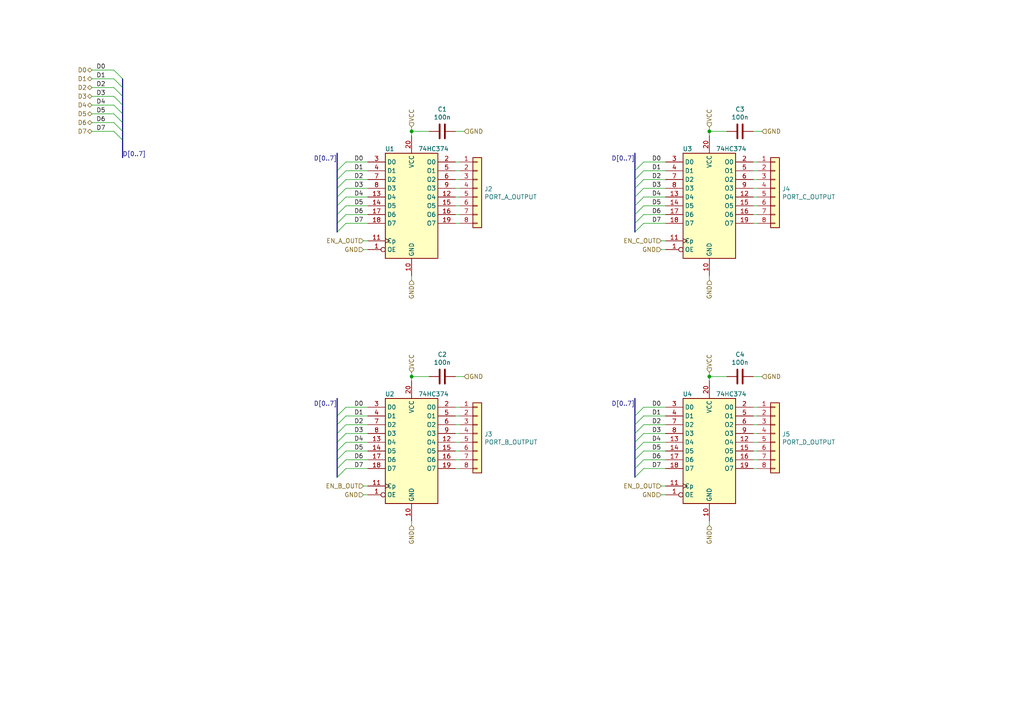
<source format=kicad_sch>
(kicad_sch (version 20231120) (generator "eeschema") (generator_version "8.0")
  (paper "A4")
  (title_block (title "ZComputer - I/O - Output ports") (date "2024-06-21") (rev "v0.1") (company "Maxime Chretien") (comment 1 "mchretien@linuxmail.org"))
  (lib_symbols
    (symbol "74xx:74HC374"
      (property "Reference" "U" (at -7.62 16.51 0))
      (property "Value" "74HC374" (at -7.62 -16.51 0))
      (symbol "74HC374_1_0"
        (pin input inverted (at -12.7 -12.7 0) (length 5.08) (name "OE") (number "1"))
        (pin power_in line (at 0 -20.32 90) (length 5.08) (name "GND") (number "10"))
        (pin input clock (at -12.7 -10.16 0) (length 5.08) (name "Cp") (number "11"))
        (pin tri_state line (at 12.7 2.54 180) (length 5.08) (name "O4") (number "12"))
        (pin input line (at -12.7 2.54 0) (length 5.08) (name "D4") (number "13"))
        (pin input line (at -12.7 0 0) (length 5.08) (name "D5") (number "14"))
        (pin tri_state line (at 12.7 0 180) (length 5.08) (name "O5") (number "15"))
        (pin tri_state line (at 12.7 -2.54 180) (length 5.08) (name "O6") (number "16"))
        (pin input line (at -12.7 -2.54 0) (length 5.08) (name "D6") (number "17"))
        (pin input line (at -12.7 -5.08 0) (length 5.08) (name "D7") (number "18"))
        (pin tri_state line (at 12.7 -5.08 180) (length 5.08) (name "O7") (number "19"))
        (pin tri_state line (at 12.7 12.7 180) (length 5.08) (name "O0") (number "2"))
        (pin power_in line (at 0 20.32 270) (length 5.08) (name "VCC") (number "20"))
        (pin input line (at -12.7 12.7 0) (length 5.08) (name "D0") (number "3"))
        (pin input line (at -12.7 10.16 0) (length 5.08) (name "D1") (number "4"))
        (pin tri_state line (at 12.7 10.16 180) (length 5.08) (name "O1") (number "5"))
        (pin tri_state line (at 12.7 7.62 180) (length 5.08) (name "O2") (number "6"))
        (pin input line (at -12.7 7.62 0) (length 5.08) (name "D2") (number "7"))
        (pin input line (at -12.7 5.08 0) (length 5.08) (name "D3") (number "8"))
        (pin tri_state line (at 12.7 5.08 180) (length 5.08) (name "O3") (number "9"))
      )
      (symbol "74HC374_1_1"
        (rectangle (start -7.62 15.24) (end 7.62 -15.24) (stroke (width 0.254)) (fill (type background)))
      )
    )
    (symbol "Connector_Generic:Conn_01x08" (pin_names (offset 1.016) hide)
      (property "Reference" "J" (at 0 10.16 0))
      (property "Value" "Conn_01x08" (at 0 -12.7 0))
      (symbol "Conn_01x08_1_1"
        (rectangle (start -1.27 -10.033) (end 0 -10.287) (stroke (width 0.1524)))
        (rectangle (start -1.27 -7.493) (end 0 -7.747) (stroke (width 0.1524)))
        (rectangle (start -1.27 -4.953) (end 0 -5.207) (stroke (width 0.1524)))
        (rectangle (start -1.27 -2.413) (end 0 -2.667) (stroke (width 0.1524)))
        (rectangle (start -1.27 0.127) (end 0 -0.127) (stroke (width 0.1524)))
        (rectangle (start -1.27 2.667) (end 0 2.413) (stroke (width 0.1524)))
        (rectangle (start -1.27 5.207) (end 0 4.953) (stroke (width 0.1524)))
        (rectangle (start -1.27 7.747) (end 0 7.493) (stroke (width 0.1524)))
        (rectangle (start -1.27 8.89) (end 1.27 -11.43) (stroke (width 0.254)) (fill (type background)))
        (pin passive line (at -5.08 7.62 0) (length 3.81) (name "Pin_1") (number "1"))
        (pin passive line (at -5.08 5.08 0) (length 3.81) (name "Pin_2") (number "2"))
        (pin passive line (at -5.08 2.54 0) (length 3.81) (name "Pin_3") (number "3"))
        (pin passive line (at -5.08 0 0) (length 3.81) (name "Pin_4") (number "4"))
        (pin passive line (at -5.08 -2.54 0) (length 3.81) (name "Pin_5") (number "5"))
        (pin passive line (at -5.08 -5.08 0) (length 3.81) (name "Pin_6") (number "6"))
        (pin passive line (at -5.08 -7.62 0) (length 3.81) (name "Pin_7") (number "7"))
        (pin passive line (at -5.08 -10.16 0) (length 3.81) (name "Pin_8") (number "8"))
      )
    )
    (symbol "Device:C" (pin_numbers hide) (pin_names (offset 0.254))
      (property "Reference" "C" (at 0.635 2.54 0))
      (property "Value" "C" (at 0.635 -2.54 0))
      (symbol "C_0_1"
        (polyline (pts (xy -2.032 -0.762) (xy 2.032 -0.762)) (stroke (width 0.508)))
        (polyline (pts (xy -2.032 0.762) (xy 2.032 0.762)) (stroke (width 0.508)))
      )
      (symbol "C_1_1"
        (pin passive line (at 0 3.81 270) (length 2.794) (name "~") (number "1"))
        (pin passive line (at 0 -3.81 90) (length 2.794) (name "~") (number "2"))
      )
    )
  )
  (junction (at 119.38 38.1))
  (junction (at 119.38 109.22))
  (junction (at 205.74 38.1))
  (junction (at 205.74 109.22))
  (bus_entry (at 33.02 33.02) (size 2.54 2.54))
  (bus_entry (at 186.69 125.73) (size -2.54 2.54))
  (bus_entry (at 100.33 118.11) (size -2.54 2.54))
  (bus_entry (at 100.33 59.69) (size -2.54 2.54))
  (bus_entry (at 186.69 54.61) (size -2.54 2.54))
  (bus_entry (at 100.33 128.27) (size -2.54 2.54))
  (bus_entry (at 100.33 54.61) (size -2.54 2.54))
  (bus_entry (at 100.33 133.35) (size -2.54 2.54))
  (bus_entry (at 100.33 135.89) (size -2.54 2.54))
  (bus_entry (at 186.69 64.77) (size -2.54 2.54))
  (bus_entry (at 186.69 57.15) (size -2.54 2.54))
  (bus_entry (at 33.02 25.4) (size 2.54 2.54))
  (bus_entry (at 186.69 46.99) (size -2.54 2.54))
  (bus_entry (at 186.69 62.23) (size -2.54 2.54))
  (bus_entry (at 33.02 22.86) (size 2.54 2.54))
  (bus_entry (at 186.69 120.65) (size -2.54 2.54))
  (bus_entry (at 186.69 52.07) (size -2.54 2.54))
  (bus_entry (at 33.02 35.56) (size 2.54 2.54))
  (bus_entry (at 100.33 52.07) (size -2.54 2.54))
  (bus_entry (at 33.02 38.1) (size 2.54 2.54))
  (bus_entry (at 186.69 130.81) (size -2.54 2.54))
  (bus_entry (at 186.69 59.69) (size -2.54 2.54))
  (bus_entry (at 100.33 46.99) (size -2.54 2.54))
  (bus_entry (at 186.69 135.89) (size -2.54 2.54))
  (bus_entry (at 33.02 27.94) (size 2.54 2.54))
  (bus_entry (at 100.33 125.73) (size -2.54 2.54))
  (bus_entry (at 33.02 30.48) (size 2.54 2.54))
  (bus_entry (at 186.69 49.53) (size -2.54 2.54))
  (bus_entry (at 100.33 120.65) (size -2.54 2.54))
  (bus_entry (at 100.33 123.19) (size -2.54 2.54))
  (bus_entry (at 100.33 130.81) (size -2.54 2.54))
  (bus_entry (at 100.33 49.53) (size -2.54 2.54))
  (bus_entry (at 186.69 128.27) (size -2.54 2.54))
  (bus_entry (at 100.33 62.23) (size -2.54 2.54))
  (bus_entry (at 186.69 123.19) (size -2.54 2.54))
  (bus_entry (at 100.33 64.77) (size -2.54 2.54))
  (bus_entry (at 33.02 20.32) (size 2.54 2.54))
  (bus_entry (at 100.33 57.15) (size -2.54 2.54))
  (bus_entry (at 186.69 118.11) (size -2.54 2.54))
  (bus_entry (at 186.69 133.35) (size -2.54 2.54))
  (wire (pts (xy 218.44 62.23) (xy 219.71 62.23)))
  (bus (pts (xy 97.79 44.45) (xy 97.79 49.53)))
  (bus (pts (xy 35.56 33.02) (xy 35.56 35.56)))
  (wire (pts (xy 132.08 38.1) (xy 134.62 38.1)))
  (wire (pts (xy 106.68 120.65) (xy 100.33 120.65)))
  (wire (pts (xy 124.46 109.22) (xy 119.38 109.22)))
  (wire (pts (xy 218.44 38.1) (xy 220.98 38.1)))
  (bus (pts (xy 35.56 35.56) (xy 35.56 38.1)))
  (wire (pts (xy 193.04 128.27) (xy 186.69 128.27)))
  (wire (pts (xy 218.44 128.27) (xy 219.71 128.27)))
  (wire (pts (xy 106.68 123.19) (xy 100.33 123.19)))
  (bus (pts (xy 184.15 57.15) (xy 184.15 59.69)))
  (bus (pts (xy 97.79 49.53) (xy 97.79 52.07)))
  (wire (pts (xy 193.04 140.97) (xy 191.77 140.97)))
  (bus (pts (xy 184.15 128.27) (xy 184.15 130.81)))
  (wire (pts (xy 218.44 52.07) (xy 219.71 52.07)))
  (bus (pts (xy 97.79 123.19) (xy 97.79 125.73)))
  (wire (pts (xy 33.02 20.32) (xy 26.67 20.32)))
  (wire (pts (xy 132.08 52.07) (xy 133.35 52.07)))
  (bus (pts (xy 97.79 135.89) (xy 97.79 138.43)))
  (wire (pts (xy 26.67 22.86) (xy 33.02 22.86)))
  (wire (pts (xy 106.68 59.69) (xy 100.33 59.69)))
  (wire (pts (xy 132.08 133.35) (xy 133.35 133.35)))
  (bus (pts (xy 184.15 120.65) (xy 184.15 123.19)))
  (wire (pts (xy 210.82 109.22) (xy 205.74 109.22)))
  (wire (pts (xy 119.38 107.95) (xy 119.38 109.22)))
  (wire (pts (xy 205.74 36.83) (xy 205.74 38.1)))
  (wire (pts (xy 106.68 143.51) (xy 105.41 143.51)))
  (wire (pts (xy 219.71 49.53) (xy 218.44 49.53)))
  (wire (pts (xy 205.74 109.22) (xy 205.74 110.49)))
  (wire (pts (xy 219.71 120.65) (xy 218.44 120.65)))
  (wire (pts (xy 106.68 72.39) (xy 105.41 72.39)))
  (wire (pts (xy 26.67 35.56) (xy 33.02 35.56)))
  (wire (pts (xy 132.08 57.15) (xy 133.35 57.15)))
  (wire (pts (xy 193.04 135.89) (xy 186.69 135.89)))
  (bus (pts (xy 97.79 125.73) (xy 97.79 128.27)))
  (bus (pts (xy 184.15 130.81) (xy 184.15 133.35)))
  (bus (pts (xy 97.79 133.35) (xy 97.79 135.89)))
  (bus (pts (xy 184.15 44.45) (xy 184.15 49.53)))
  (wire (pts (xy 133.35 59.69) (xy 132.08 59.69)))
  (wire (pts (xy 106.68 49.53) (xy 100.33 49.53)))
  (wire (pts (xy 218.44 118.11) (xy 219.71 118.11)))
  (wire (pts (xy 106.68 62.23) (xy 100.33 62.23)))
  (wire (pts (xy 219.71 59.69) (xy 218.44 59.69)))
  (wire (pts (xy 186.69 118.11) (xy 193.04 118.11)))
  (wire (pts (xy 193.04 62.23) (xy 186.69 62.23)))
  (wire (pts (xy 106.68 69.85) (xy 105.41 69.85)))
  (bus (pts (xy 35.56 40.64) (xy 35.56 45.72)))
  (wire (pts (xy 133.35 49.53) (xy 132.08 49.53)))
  (bus (pts (xy 184.15 135.89) (xy 184.15 138.43)))
  (wire (pts (xy 218.44 133.35) (xy 219.71 133.35)))
  (wire (pts (xy 106.68 52.07) (xy 100.33 52.07)))
  (bus (pts (xy 97.79 57.15) (xy 97.79 59.69)))
  (wire (pts (xy 106.68 64.77) (xy 100.33 64.77)))
  (bus (pts (xy 184.15 115.57) (xy 184.15 120.65)))
  (bus (pts (xy 97.79 64.77) (xy 97.79 67.31)))
  (bus (pts (xy 184.15 133.35) (xy 184.15 135.89)))
  (wire (pts (xy 124.46 38.1) (xy 119.38 38.1)))
  (wire (pts (xy 26.67 30.48) (xy 33.02 30.48)))
  (wire (pts (xy 133.35 135.89) (xy 132.08 135.89)))
  (wire (pts (xy 218.44 109.22) (xy 220.98 109.22)))
  (wire (pts (xy 132.08 118.11) (xy 133.35 118.11)))
  (wire (pts (xy 106.68 130.81) (xy 100.33 130.81)))
  (wire (pts (xy 119.38 38.1) (xy 119.38 39.37)))
  (wire (pts (xy 106.68 128.27) (xy 100.33 128.27)))
  (bus (pts (xy 97.79 59.69) (xy 97.79 62.23)))
  (wire (pts (xy 106.68 57.15) (xy 100.33 57.15)))
  (wire (pts (xy 132.08 62.23) (xy 133.35 62.23)))
  (wire (pts (xy 132.08 46.99) (xy 133.35 46.99)))
  (wire (pts (xy 219.71 135.89) (xy 218.44 135.89)))
  (wire (pts (xy 193.04 72.39) (xy 191.77 72.39)))
  (wire (pts (xy 193.04 54.61) (xy 186.69 54.61)))
  (wire (pts (xy 106.68 135.89) (xy 100.33 135.89)))
  (bus (pts (xy 97.79 52.07) (xy 97.79 54.61)))
  (bus (pts (xy 97.79 130.81) (xy 97.79 133.35)))
  (wire (pts (xy 193.04 64.77) (xy 186.69 64.77)))
  (wire (pts (xy 218.44 57.15) (xy 219.71 57.15)))
  (wire (pts (xy 193.04 69.85) (xy 191.77 69.85)))
  (wire (pts (xy 133.35 130.81) (xy 132.08 130.81)))
  (bus (pts (xy 35.56 27.94) (xy 35.56 30.48)))
  (wire (pts (xy 26.67 33.02) (xy 33.02 33.02)))
  (wire (pts (xy 218.44 123.19) (xy 219.71 123.19)))
  (bus (pts (xy 184.15 62.23) (xy 184.15 64.77)))
  (wire (pts (xy 26.67 27.94) (xy 33.02 27.94)))
  (bus (pts (xy 184.15 52.07) (xy 184.15 54.61)))
  (wire (pts (xy 193.04 57.15) (xy 186.69 57.15)))
  (wire (pts (xy 193.04 59.69) (xy 186.69 59.69)))
  (wire (pts (xy 133.35 64.77) (xy 132.08 64.77)))
  (wire (pts (xy 119.38 109.22) (xy 119.38 110.49)))
  (bus (pts (xy 184.15 59.69) (xy 184.15 62.23)))
  (bus (pts (xy 184.15 49.53) (xy 184.15 52.07)))
  (wire (pts (xy 218.44 46.99) (xy 219.71 46.99)))
  (bus (pts (xy 97.79 128.27) (xy 97.79 130.81)))
  (wire (pts (xy 193.04 125.73) (xy 186.69 125.73)))
  (wire (pts (xy 26.67 25.4) (xy 33.02 25.4)))
  (wire (pts (xy 219.71 64.77) (xy 218.44 64.77)))
  (bus (pts (xy 35.56 38.1) (xy 35.56 40.64)))
  (wire (pts (xy 119.38 151.13) (xy 119.38 152.4)))
  (wire (pts (xy 119.38 80.01) (xy 119.38 81.28)))
  (wire (pts (xy 132.08 123.19) (xy 133.35 123.19)))
  (wire (pts (xy 100.33 46.99) (xy 106.68 46.99)))
  (wire (pts (xy 133.35 125.73) (xy 132.08 125.73)))
  (wire (pts (xy 100.33 118.11) (xy 106.68 118.11)))
  (bus (pts (xy 97.79 62.23) (xy 97.79 64.77)))
  (wire (pts (xy 205.74 151.13) (xy 205.74 152.4)))
  (wire (pts (xy 133.35 120.65) (xy 132.08 120.65)))
  (wire (pts (xy 106.68 54.61) (xy 100.33 54.61)))
  (bus (pts (xy 184.15 54.61) (xy 184.15 57.15)))
  (wire (pts (xy 186.69 46.99) (xy 193.04 46.99)))
  (wire (pts (xy 193.04 133.35) (xy 186.69 133.35)))
  (wire (pts (xy 193.04 49.53) (xy 186.69 49.53)))
  (wire (pts (xy 133.35 54.61) (xy 132.08 54.61)))
  (bus (pts (xy 97.79 115.57) (xy 97.79 120.65)))
  (wire (pts (xy 193.04 52.07) (xy 186.69 52.07)))
  (wire (pts (xy 205.74 38.1) (xy 205.74 39.37)))
  (wire (pts (xy 119.38 36.83) (xy 119.38 38.1)))
  (bus (pts (xy 97.79 120.65) (xy 97.79 123.19)))
  (wire (pts (xy 219.71 130.81) (xy 218.44 130.81)))
  (wire (pts (xy 193.04 143.51) (xy 191.77 143.51)))
  (wire (pts (xy 219.71 54.61) (xy 218.44 54.61)))
  (wire (pts (xy 132.08 109.22) (xy 134.62 109.22)))
  (bus (pts (xy 184.15 64.77) (xy 184.15 67.31)))
  (bus (pts (xy 184.15 123.19) (xy 184.15 125.73)))
  (wire (pts (xy 26.67 38.1) (xy 33.02 38.1)))
  (wire (pts (xy 210.82 38.1) (xy 205.74 38.1)))
  (bus (pts (xy 35.56 30.48) (xy 35.56 33.02)))
  (wire (pts (xy 193.04 123.19) (xy 186.69 123.19)))
  (bus (pts (xy 184.15 125.73) (xy 184.15 128.27)))
  (wire (pts (xy 106.68 140.97) (xy 105.41 140.97)))
  (wire (pts (xy 193.04 120.65) (xy 186.69 120.65)))
  (bus (pts (xy 97.79 54.61) (xy 97.79 57.15)))
  (wire (pts (xy 106.68 125.73) (xy 100.33 125.73)))
  (wire (pts (xy 205.74 107.95) (xy 205.74 109.22)))
  (wire (pts (xy 106.68 133.35) (xy 100.33 133.35)))
  (wire (pts (xy 132.08 128.27) (xy 133.35 128.27)))
  (wire (pts (xy 193.04 130.81) (xy 186.69 130.81)))
  (wire (pts (xy 205.74 80.01) (xy 205.74 81.28)))
  (bus (pts (xy 35.56 25.4) (xy 35.56 27.94)))
  (bus (pts (xy 35.56 22.86) (xy 35.56 25.4)))
  (wire (pts (xy 219.71 125.73) (xy 218.44 125.73)))
  (label "D1" (at 191.77 49.53 180))
  (label "D7" (at 105.41 64.77 180))
  (label "D4" (at 27.94 30.48 0))
  (label "D0" (at 191.77 118.11 180))
  (label "D2" (at 191.77 123.19 180))
  (label "D2" (at 191.77 52.07 180))
  (label "D7" (at 191.77 64.77 180))
  (label "D7" (at 191.77 135.89 180))
  (label "D5" (at 191.77 130.81 180))
  (label "D2" (at 105.41 123.19 180))
  (label "D0" (at 27.94 20.32 0))
  (label "D5" (at 105.41 130.81 180))
  (label "D5" (at 27.94 33.02 0))
  (label "D3" (at 105.41 54.61 180))
  (label "D4" (at 105.41 128.27 180))
  (label "D2" (at 105.41 52.07 180))
  (label "D0" (at 191.77 46.99 180))
  (label "D7" (at 27.94 38.1 0))
  (label "D1" (at 105.41 49.53 180))
  (label "D6" (at 191.77 62.23 180))
  (label "D2" (at 27.94 25.4 0))
  (label "D3" (at 105.41 125.73 180))
  (label "D[0..7]" (at 184.15 118.11 180))
  (label "D7" (at 105.41 135.89 180))
  (label "D6" (at 27.94 35.56 0))
  (label "D3" (at 191.77 54.61 180))
  (label "D1" (at 191.77 120.65 180))
  (label "D4" (at 191.77 57.15 180))
  (label "D6" (at 105.41 133.35 180))
  (label "D1" (at 105.41 120.65 180))
  (label "D[0..7]" (at 184.15 46.99 180))
  (label "D6" (at 105.41 62.23 180))
  (label "D[0..7]" (at 97.79 118.11 180))
  (label "D[0..7]" (at 35.56 45.72 0))
  (label "D0" (at 105.41 118.11 180))
  (label "D4" (at 105.41 57.15 180))
  (label "D4" (at 191.77 128.27 180))
  (label "D3" (at 27.94 27.94 0))
  (label "D6" (at 191.77 133.35 180))
  (label "D1" (at 27.94 22.86 0))
  (label "D0" (at 105.41 46.99 180))
  (label "D[0..7]" (at 97.79 46.99 180))
  (label "D5" (at 191.77 59.69 180))
  (label "D5" (at 105.41 59.69 180))
  (label "D3" (at 191.77 125.73 180))
  (hierarchical_label "D1" (shape bidirectional) (at 26.67 22.86 180))
  (hierarchical_label "GND" (shape input) (at 105.41 143.51 180))
  (hierarchical_label "D5" (shape bidirectional) (at 26.67 33.02 180))
  (hierarchical_label "GND" (shape input) (at 205.74 81.28 270))
  (hierarchical_label "GND" (shape input) (at 220.98 38.1 0))
  (hierarchical_label "GND" (shape input) (at 205.74 152.4 270))
  (hierarchical_label "EN_D_OUT" (shape input) (at 191.77 140.97 180))
  (hierarchical_label "GND" (shape input) (at 220.98 109.22 0))
  (hierarchical_label "GND" (shape input) (at 119.38 152.4 270))
  (hierarchical_label "VCC" (shape input) (at 205.74 36.83 90))
  (hierarchical_label "VCC" (shape input) (at 205.74 107.95 90))
  (hierarchical_label "GND" (shape input) (at 191.77 143.51 180))
  (hierarchical_label "EN_B_OUT" (shape input) (at 105.41 140.97 180))
  (hierarchical_label "GND" (shape input) (at 105.41 72.39 180))
  (hierarchical_label "GND" (shape input) (at 134.62 109.22 0))
  (hierarchical_label "D6" (shape bidirectional) (at 26.67 35.56 180))
  (hierarchical_label "EN_C_OUT" (shape input) (at 191.77 69.85 180))
  (hierarchical_label "D4" (shape bidirectional) (at 26.67 30.48 180))
  (hierarchical_label "D3" (shape bidirectional) (at 26.67 27.94 180))
  (hierarchical_label "GND" (shape input) (at 191.77 72.39 180))
  (hierarchical_label "D2" (shape bidirectional) (at 26.67 25.4 180))
  (hierarchical_label "VCC" (shape input) (at 119.38 107.95 90))
  (hierarchical_label "EN_A_OUT" (shape input) (at 105.41 69.85 180))
  (hierarchical_label "D7" (shape bidirectional) (at 26.67 38.1 180))
  (hierarchical_label "GND" (shape input) (at 134.62 38.1 0))
  (hierarchical_label "GND" (shape input) (at 119.38 81.28 270))
  (hierarchical_label "D0" (shape bidirectional) (at 26.67 20.32 180))
  (hierarchical_label "VCC" (shape input) (at 119.38 36.83 90))
  (symbol (lib_id "74xx:74HC374") (at 205.74 130.81 0) (unit 1)
    (property "Reference" "U4" (at 199.39 114.3 0))
    (property "Value" "74HC374" (at 212.09 114.3 0))
    (property "Datasheet" "https://www.ti.com/lit/ds/symlink/cd74hct374.pdf" (effects (hide yes)))
  )
  (symbol (lib_id "Device:C") (at 214.63 38.1 270) (unit 1)
    (property "Reference" "C3" (at 214.63 31.6992 90))
    (property "Value" "100n" (at 214.63 34.0106 90))
  )
  (symbol (lib_id "Connector_Generic:Conn_01x08") (at 224.79 125.73 0) (unit 1)
    (property "Reference" "J5" (at 226.822 125.9332 0) (effects (justify left)))
    (property "Value" "PORT_D_OUTPUT" (at 226.822 128.2446 0) (effects (justify left)))
  )
  (symbol (lib_id "74xx:74HC374") (at 119.38 130.81 0) (unit 1)
    (property "Reference" "U2" (at 113.03 114.3 0))
    (property "Value" "74HC374" (at 125.73 114.3 0))
    (property "Datasheet" "https://www.ti.com/lit/ds/symlink/cd74hct374.pdf" (effects (hide yes)))
  )
  (symbol (lib_id "Device:C") (at 128.27 109.22 270) (unit 1)
    (property "Reference" "C2" (at 128.27 102.8192 90))
    (property "Value" "100n" (at 128.27 105.1306 90))
  )
  (symbol (lib_id "Connector_Generic:Conn_01x08") (at 224.79 54.61 0) (unit 1)
    (property "Reference" "J4" (at 226.822 54.8132 0) (effects (justify left)))
    (property "Value" "PORT_C_OUTPUT" (at 226.822 57.1246 0) (effects (justify left)))
  )
  (symbol (lib_id "74xx:74HC374") (at 205.74 59.69 0) (unit 1)
    (property "Reference" "U3" (at 199.39 43.18 0))
    (property "Value" "74HC374" (at 212.09 43.18 0))
    (property "Datasheet" "https://www.ti.com/lit/ds/symlink/cd74hct374.pdf" (effects (hide yes)))
  )
  (symbol (lib_id "Connector_Generic:Conn_01x08") (at 138.43 54.61 0) (unit 1)
    (property "Reference" "J2" (at 140.462 54.8132 0) (effects (justify left)))
    (property "Value" "PORT_A_OUTPUT" (at 140.462 57.1246 0) (effects (justify left)))
  )
  (symbol (lib_id "Connector_Generic:Conn_01x08") (at 138.43 125.73 0) (unit 1)
    (property "Reference" "J3" (at 140.462 125.9332 0) (effects (justify left)))
    (property "Value" "PORT_B_OUTPUT" (at 140.462 128.2446 0) (effects (justify left)))
  )
  (symbol (lib_id "Device:C") (at 128.27 38.1 270) (unit 1)
    (property "Reference" "C1" (at 128.27 31.6992 90))
    (property "Value" "100n" (at 128.27 34.0106 90))
  )
  (symbol (lib_id "Device:C") (at 214.63 109.22 270) (unit 1)
    (property "Reference" "C4" (at 214.63 102.8192 90))
    (property "Value" "100n" (at 214.63 105.1306 90))
  )
  (symbol (lib_id "74xx:74HC374") (at 119.38 59.69 0) (unit 1)
    (property "Reference" "U1" (at 113.03 43.18 0))
    (property "Value" "74HC374" (at 125.73 43.18 0))
    (property "Datasheet" "https://www.ti.com/lit/ds/symlink/cd74hct374.pdf" (effects (hide yes)))
  )
)
</source>
